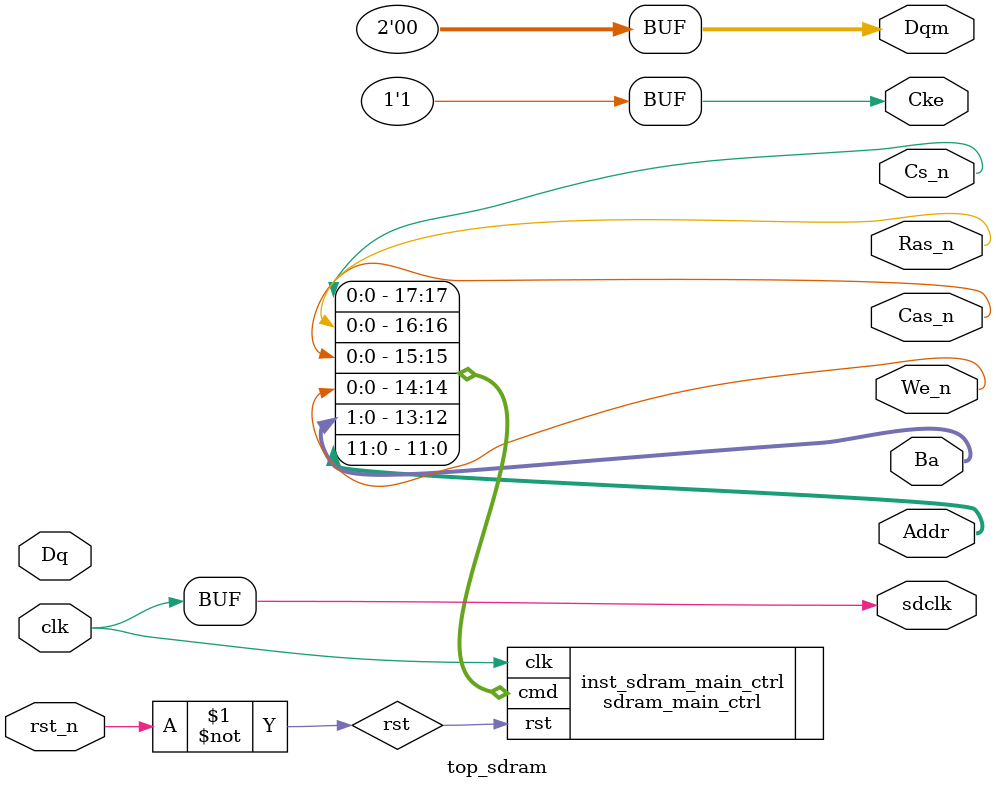
<source format=v>

module top_sdram(
	input					clk,
	input					rst_n,
	inout      [15 : 0] 	Dq,
    output     [11 : 0] 	Addr,
    output     [1 : 0] 		Ba,
    output     				sdclk,
    output              	Cke,
    output 					Cs_n,
    output 					Ras_n,
    output					Cas_n,
    output 					We_n,
    output     [1: 0] 		Dqm       
	);

wire rst;
assign Dqm = 2'b00;
assign rst = ~rst_n;
assign Cke = 1'b1;
assign sdclk = clk;//50 Mhz

	sdram_main_ctrl inst_sdram_main_ctrl (
			.clk (clk),
			.rst (rst),
			.cmd ({Cs_n,Ras_n,Cas_n,We_n,Ba,Addr})
		);


endmodule 
</source>
